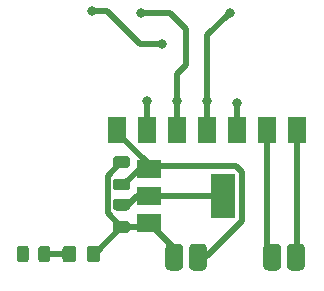
<source format=gbr>
G04 #@! TF.GenerationSoftware,KiCad,Pcbnew,6.0.5+dfsg-1~bpo11+1*
G04 #@! TF.ProjectId,_autosave-esp8266_pzem16_ac,5f617574-6f73-4617-9665-2d6573703832,rev?*
G04 #@! TF.SameCoordinates,Original*
G04 #@! TF.FileFunction,Copper,L2,Bot*
G04 #@! TF.FilePolarity,Positive*
%FSLAX46Y46*%
G04 Gerber Fmt 4.6, Leading zero omitted, Abs format (unit mm)*
%MOMM*%
%LPD*%
G01*
G04 APERTURE LIST*
G04 #@! TA.AperFunction,SMDPad,CuDef*
%ADD10R,1.524000X2.286000*%
G04 #@! TD*
G04 #@! TA.AperFunction,SMDPad,CuDef*
%ADD11R,2.000000X1.500000*%
G04 #@! TD*
G04 #@! TA.AperFunction,SMDPad,CuDef*
%ADD12R,2.000000X3.800000*%
G04 #@! TD*
G04 #@! TA.AperFunction,ViaPad*
%ADD13C,0.800000*%
G04 #@! TD*
G04 #@! TA.AperFunction,Conductor*
%ADD14C,0.500000*%
G04 #@! TD*
G04 APERTURE END LIST*
D10*
X69215000Y-43053000D03*
X71755000Y-43053000D03*
X74295000Y-43053000D03*
X76835000Y-43053000D03*
X79375000Y-43053000D03*
X81915000Y-43053000D03*
X84455000Y-43053000D03*
G04 #@! TA.AperFunction,SMDPad,CuDef*
G36*
G01*
X76422000Y-54991000D02*
X75660000Y-54991000D01*
G75*
G02*
X75279000Y-54610000I0J381000D01*
G01*
X75279000Y-53086000D01*
G75*
G02*
X75660000Y-52705000I381000J0D01*
G01*
X76422000Y-52705000D01*
G75*
G02*
X76803000Y-53086000I0J-381000D01*
G01*
X76803000Y-54610000D01*
G75*
G02*
X76422000Y-54991000I-381000J0D01*
G01*
G37*
G04 #@! TD.AperFunction*
G04 #@! TA.AperFunction,SMDPad,CuDef*
G36*
G01*
X74422000Y-54991000D02*
X73660000Y-54991000D01*
G75*
G02*
X73279000Y-54610000I0J381000D01*
G01*
X73279000Y-53086000D01*
G75*
G02*
X73660000Y-52705000I381000J0D01*
G01*
X74422000Y-52705000D01*
G75*
G02*
X74803000Y-53086000I0J-381000D01*
G01*
X74803000Y-54610000D01*
G75*
G02*
X74422000Y-54991000I-381000J0D01*
G01*
G37*
G04 #@! TD.AperFunction*
G04 #@! TA.AperFunction,SMDPad,CuDef*
G36*
G01*
X60701500Y-54044000D02*
X60701500Y-53144000D01*
G75*
G02*
X60951500Y-52894000I250000J0D01*
G01*
X61476500Y-52894000D01*
G75*
G02*
X61726500Y-53144000I0J-250000D01*
G01*
X61726500Y-54044000D01*
G75*
G02*
X61476500Y-54294000I-250000J0D01*
G01*
X60951500Y-54294000D01*
G75*
G02*
X60701500Y-54044000I0J250000D01*
G01*
G37*
G04 #@! TD.AperFunction*
G04 #@! TA.AperFunction,SMDPad,CuDef*
G36*
G01*
X62526500Y-54044000D02*
X62526500Y-53144000D01*
G75*
G02*
X62776500Y-52894000I250000J0D01*
G01*
X63301500Y-52894000D01*
G75*
G02*
X63551500Y-53144000I0J-250000D01*
G01*
X63551500Y-54044000D01*
G75*
G02*
X63301500Y-54294000I-250000J0D01*
G01*
X62776500Y-54294000D01*
G75*
G02*
X62526500Y-54044000I0J250000D01*
G01*
G37*
G04 #@! TD.AperFunction*
D11*
X71907000Y-50955000D03*
X71907000Y-48655000D03*
D12*
X78207000Y-48655000D03*
D11*
X71907000Y-46355000D03*
G04 #@! TA.AperFunction,SMDPad,CuDef*
G36*
G01*
X84709000Y-54991000D02*
X83947000Y-54991000D01*
G75*
G02*
X83566000Y-54610000I0J381000D01*
G01*
X83566000Y-53086000D01*
G75*
G02*
X83947000Y-52705000I381000J0D01*
G01*
X84709000Y-52705000D01*
G75*
G02*
X85090000Y-53086000I0J-381000D01*
G01*
X85090000Y-54610000D01*
G75*
G02*
X84709000Y-54991000I-381000J0D01*
G01*
G37*
G04 #@! TD.AperFunction*
G04 #@! TA.AperFunction,SMDPad,CuDef*
G36*
G01*
X82709000Y-54991000D02*
X81947000Y-54991000D01*
G75*
G02*
X81566000Y-54610000I0J381000D01*
G01*
X81566000Y-53086000D01*
G75*
G02*
X81947000Y-52705000I381000J0D01*
G01*
X82709000Y-52705000D01*
G75*
G02*
X83090000Y-53086000I0J-381000D01*
G01*
X83090000Y-54610000D01*
G75*
G02*
X82709000Y-54991000I-381000J0D01*
G01*
G37*
G04 #@! TD.AperFunction*
G04 #@! TA.AperFunction,SMDPad,CuDef*
G36*
G01*
X64576000Y-54044000D02*
X64576000Y-53144000D01*
G75*
G02*
X64826000Y-52894000I250000J0D01*
G01*
X65476000Y-52894000D01*
G75*
G02*
X65726000Y-53144000I0J-250000D01*
G01*
X65726000Y-54044000D01*
G75*
G02*
X65476000Y-54294000I-250000J0D01*
G01*
X64826000Y-54294000D01*
G75*
G02*
X64576000Y-54044000I0J250000D01*
G01*
G37*
G04 #@! TD.AperFunction*
G04 #@! TA.AperFunction,SMDPad,CuDef*
G36*
G01*
X66626000Y-54044000D02*
X66626000Y-53144000D01*
G75*
G02*
X66876000Y-52894000I250000J0D01*
G01*
X67526000Y-52894000D01*
G75*
G02*
X67776000Y-53144000I0J-250000D01*
G01*
X67776000Y-54044000D01*
G75*
G02*
X67526000Y-54294000I-250000J0D01*
G01*
X66876000Y-54294000D01*
G75*
G02*
X66626000Y-54044000I0J250000D01*
G01*
G37*
G04 #@! TD.AperFunction*
G04 #@! TA.AperFunction,SMDPad,CuDef*
G36*
G01*
X70046000Y-48200000D02*
X69096000Y-48200000D01*
G75*
G02*
X68846000Y-47950000I0J250000D01*
G01*
X68846000Y-47450000D01*
G75*
G02*
X69096000Y-47200000I250000J0D01*
G01*
X70046000Y-47200000D01*
G75*
G02*
X70296000Y-47450000I0J-250000D01*
G01*
X70296000Y-47950000D01*
G75*
G02*
X70046000Y-48200000I-250000J0D01*
G01*
G37*
G04 #@! TD.AperFunction*
G04 #@! TA.AperFunction,SMDPad,CuDef*
G36*
G01*
X70046000Y-46300000D02*
X69096000Y-46300000D01*
G75*
G02*
X68846000Y-46050000I0J250000D01*
G01*
X68846000Y-45550000D01*
G75*
G02*
X69096000Y-45300000I250000J0D01*
G01*
X70046000Y-45300000D01*
G75*
G02*
X70296000Y-45550000I0J-250000D01*
G01*
X70296000Y-46050000D01*
G75*
G02*
X70046000Y-46300000I-250000J0D01*
G01*
G37*
G04 #@! TD.AperFunction*
G04 #@! TA.AperFunction,SMDPad,CuDef*
G36*
G01*
X69096000Y-48917000D02*
X70046000Y-48917000D01*
G75*
G02*
X70296000Y-49167000I0J-250000D01*
G01*
X70296000Y-49667000D01*
G75*
G02*
X70046000Y-49917000I-250000J0D01*
G01*
X69096000Y-49917000D01*
G75*
G02*
X68846000Y-49667000I0J250000D01*
G01*
X68846000Y-49167000D01*
G75*
G02*
X69096000Y-48917000I250000J0D01*
G01*
G37*
G04 #@! TD.AperFunction*
G04 #@! TA.AperFunction,SMDPad,CuDef*
G36*
G01*
X69096000Y-50817000D02*
X70046000Y-50817000D01*
G75*
G02*
X70296000Y-51067000I0J-250000D01*
G01*
X70296000Y-51567000D01*
G75*
G02*
X70046000Y-51817000I-250000J0D01*
G01*
X69096000Y-51817000D01*
G75*
G02*
X68846000Y-51567000I0J250000D01*
G01*
X68846000Y-51067000D01*
G75*
G02*
X69096000Y-50817000I250000J0D01*
G01*
G37*
G04 #@! TD.AperFunction*
D13*
X79375000Y-40767000D03*
X69571000Y-45800000D03*
X71755000Y-40640000D03*
X61214000Y-53594000D03*
X78207000Y-48655000D03*
X71247000Y-33147000D03*
X74295000Y-40640000D03*
X76835000Y-40640000D03*
X78763500Y-33147000D03*
X67056000Y-33020000D03*
X73025000Y-35814000D03*
D14*
X71907000Y-46355000D02*
X71907000Y-45999000D01*
X79248000Y-46101000D02*
X72161000Y-46101000D01*
X71120000Y-46355000D02*
X71907000Y-46355000D01*
X76041000Y-53721000D02*
X76835000Y-53721000D01*
X76835000Y-53721000D02*
X79756000Y-50800000D01*
X79756000Y-50800000D02*
X79756000Y-46609000D01*
X71907000Y-45999000D02*
X69215000Y-43307000D01*
X69571000Y-47700000D02*
X69775000Y-47700000D01*
X69775000Y-47700000D02*
X71120000Y-46355000D01*
X79756000Y-46609000D02*
X79248000Y-46101000D01*
X69215000Y-43307000D02*
X69215000Y-43053000D01*
X72161000Y-46101000D02*
X71907000Y-46355000D01*
X69571000Y-51317000D02*
X71545000Y-51317000D01*
X71755000Y-40767000D02*
X71755000Y-43053000D01*
X79375000Y-43053000D02*
X79375000Y-40767000D01*
X71545000Y-51317000D02*
X71907000Y-50955000D01*
X67151000Y-53594000D02*
X67294000Y-53594000D01*
X68396000Y-46975000D02*
X68396000Y-50142000D01*
X74041000Y-53089000D02*
X71907000Y-50955000D01*
X74041000Y-53721000D02*
X74041000Y-53089000D01*
X69571000Y-45800000D02*
X68396000Y-46975000D01*
X68396000Y-50142000D02*
X69571000Y-51317000D01*
X67294000Y-53594000D02*
X69571000Y-51317000D01*
X71907000Y-48655000D02*
X78207000Y-48655000D01*
X70090000Y-49417000D02*
X70852000Y-48655000D01*
X70852000Y-48655000D02*
X71907000Y-48655000D01*
X69571000Y-49417000D02*
X70090000Y-49417000D01*
X75057000Y-37592000D02*
X74295000Y-38354000D01*
X74295000Y-38354000D02*
X74295000Y-40640000D01*
X71247000Y-33147000D02*
X73660000Y-33147000D01*
X75057000Y-34544000D02*
X75057000Y-37592000D01*
X74295000Y-43053000D02*
X74295000Y-40640000D01*
X73660000Y-33147000D02*
X75057000Y-34544000D01*
X76835000Y-43053000D02*
X76835000Y-40767000D01*
X76835000Y-35075500D02*
X76835000Y-40640000D01*
X78763500Y-33147000D02*
X76835000Y-35075500D01*
X82328000Y-53848000D02*
X81915000Y-53435000D01*
X81915000Y-53435000D02*
X81915000Y-43053000D01*
X84455000Y-53721000D02*
X84455000Y-43053000D01*
X84328000Y-53848000D02*
X84455000Y-53721000D01*
X65151000Y-53594000D02*
X63039000Y-53594000D01*
X71120000Y-35814000D02*
X73025000Y-35814000D01*
X67056000Y-33020000D02*
X68326000Y-33020000D01*
X68326000Y-33020000D02*
X71120000Y-35814000D01*
M02*

</source>
